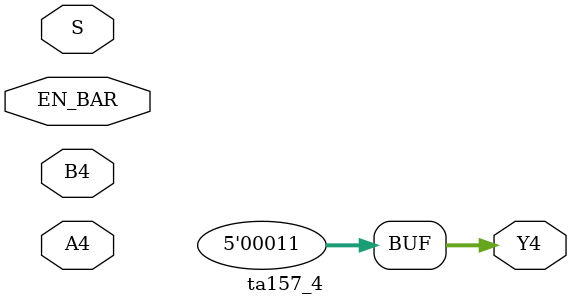
<source format=v>

module ta157_4(
    input  [3:0]    A4,                 // 
    input  [3:0]    B4,                 // 
    input           S,                  //
    input           EN_BAR,             //
    output [4:0]    Y4                  // 
);

assign Y4 = 4'h3;             // ERASE

endmodule
</source>
